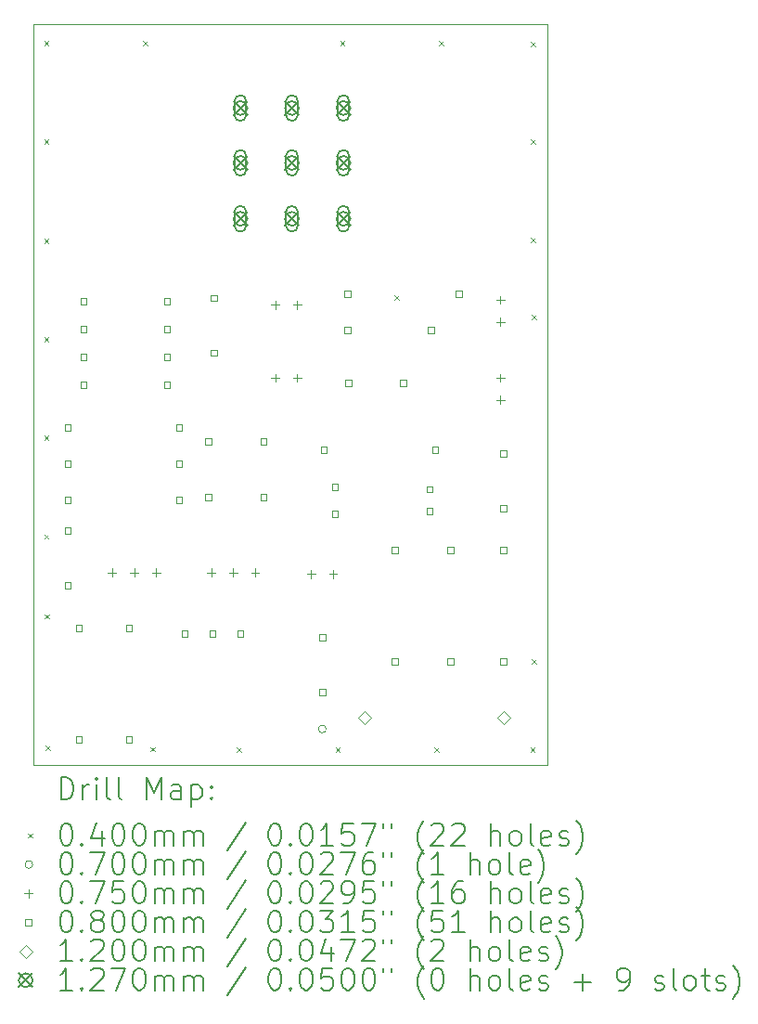
<source format=gbr>
%FSLAX45Y45*%
G04 Gerber Fmt 4.5, Leading zero omitted, Abs format (unit mm)*
G04 Created by KiCad (PCBNEW (6.0.0)) date 2022-07-26 20:36:20*
%MOMM*%
%LPD*%
G01*
G04 APERTURE LIST*
%TA.AperFunction,Profile*%
%ADD10C,0.100000*%
%TD*%
%ADD11C,0.200000*%
%ADD12C,0.040000*%
%ADD13C,0.070000*%
%ADD14C,0.075000*%
%ADD15C,0.080000*%
%ADD16C,0.120000*%
%ADD17C,0.127000*%
G04 APERTURE END LIST*
D10*
X9779000Y-3428124D02*
X14467520Y-3428124D01*
X14467520Y-3428124D02*
X14467520Y-10180324D01*
X14467520Y-10180324D02*
X9779000Y-10180324D01*
X9779000Y-10180324D02*
X9779000Y-3428124D01*
D11*
D12*
X9880000Y-3580000D02*
X9920000Y-3620000D01*
X9920000Y-3580000D02*
X9880000Y-3620000D01*
X9880000Y-4480000D02*
X9920000Y-4520000D01*
X9920000Y-4480000D02*
X9880000Y-4520000D01*
X9880000Y-5380000D02*
X9920000Y-5420000D01*
X9920000Y-5380000D02*
X9880000Y-5420000D01*
X9880000Y-6280000D02*
X9920000Y-6320000D01*
X9920000Y-6280000D02*
X9880000Y-6320000D01*
X9880000Y-7180000D02*
X9920000Y-7220000D01*
X9920000Y-7180000D02*
X9880000Y-7220000D01*
X9880000Y-8080000D02*
X9920000Y-8120000D01*
X9920000Y-8080000D02*
X9880000Y-8120000D01*
X9886000Y-8806500D02*
X9926000Y-8846500D01*
X9926000Y-8806500D02*
X9886000Y-8846500D01*
X9891080Y-10002840D02*
X9931080Y-10042840D01*
X9931080Y-10002840D02*
X9891080Y-10042840D01*
X10780000Y-3580000D02*
X10820000Y-3620000D01*
X10820000Y-3580000D02*
X10780000Y-3620000D01*
X10846120Y-10018080D02*
X10886120Y-10058080D01*
X10886120Y-10018080D02*
X10846120Y-10058080D01*
X11637760Y-10023160D02*
X11677760Y-10063160D01*
X11677760Y-10023160D02*
X11637760Y-10063160D01*
X12537760Y-10023160D02*
X12577760Y-10063160D01*
X12577760Y-10023160D02*
X12537760Y-10063160D01*
X12580000Y-3580000D02*
X12620000Y-3620000D01*
X12620000Y-3580000D02*
X12580000Y-3620000D01*
X13074840Y-5898204D02*
X13114840Y-5938204D01*
X13114840Y-5898204D02*
X13074840Y-5938204D01*
X13437760Y-10023160D02*
X13477760Y-10063160D01*
X13477760Y-10023160D02*
X13437760Y-10063160D01*
X13480000Y-3580000D02*
X13520000Y-3620000D01*
X13520000Y-3580000D02*
X13480000Y-3620000D01*
X14315760Y-10023160D02*
X14355760Y-10063160D01*
X14355760Y-10023160D02*
X14315760Y-10063160D01*
X14320840Y-3586800D02*
X14360840Y-3626800D01*
X14360840Y-3586800D02*
X14320840Y-3626800D01*
X14320840Y-4480000D02*
X14360840Y-4520000D01*
X14360840Y-4480000D02*
X14320840Y-4520000D01*
X14320840Y-5374960D02*
X14360840Y-5414960D01*
X14360840Y-5374960D02*
X14320840Y-5414960D01*
X14325920Y-6076000D02*
X14365920Y-6116000D01*
X14365920Y-6076000D02*
X14325920Y-6116000D01*
X14325920Y-9215440D02*
X14365920Y-9255440D01*
X14365920Y-9215440D02*
X14325920Y-9255440D01*
D13*
X12452061Y-9854020D02*
G75*
G03*
X12452061Y-9854020I-35000J0D01*
G01*
D14*
X10499600Y-8390224D02*
X10499600Y-8465224D01*
X10462100Y-8427724D02*
X10537100Y-8427724D01*
X10699600Y-8390224D02*
X10699600Y-8465224D01*
X10662100Y-8427724D02*
X10737100Y-8427724D01*
X10899600Y-8390224D02*
X10899600Y-8465224D01*
X10862100Y-8427724D02*
X10937100Y-8427724D01*
X11403840Y-8390224D02*
X11403840Y-8465224D01*
X11366340Y-8427724D02*
X11441340Y-8427724D01*
X11603840Y-8390224D02*
X11603840Y-8465224D01*
X11566340Y-8427724D02*
X11641340Y-8427724D01*
X11803840Y-8390224D02*
X11803840Y-8465224D01*
X11766340Y-8427724D02*
X11841340Y-8427724D01*
X11987400Y-6614824D02*
X11987400Y-6689824D01*
X11949900Y-6652324D02*
X12024900Y-6652324D01*
X11989000Y-5947624D02*
X11989000Y-6022624D01*
X11951500Y-5985124D02*
X12026500Y-5985124D01*
X12187400Y-6614824D02*
X12187400Y-6689824D01*
X12149900Y-6652324D02*
X12224900Y-6652324D01*
X12189000Y-5947624D02*
X12189000Y-6022624D01*
X12151500Y-5985124D02*
X12226500Y-5985124D01*
X12315700Y-8402924D02*
X12315700Y-8477924D01*
X12278200Y-8440424D02*
X12353200Y-8440424D01*
X12515700Y-8402924D02*
X12515700Y-8477924D01*
X12478200Y-8440424D02*
X12553200Y-8440424D01*
X14040600Y-5902624D02*
X14040600Y-5977624D01*
X14003100Y-5940124D02*
X14078100Y-5940124D01*
X14040600Y-6102624D02*
X14040600Y-6177624D01*
X14003100Y-6140124D02*
X14078100Y-6140124D01*
X14040600Y-6613824D02*
X14040600Y-6688824D01*
X14003100Y-6651324D02*
X14078100Y-6651324D01*
X14040600Y-6813824D02*
X14040600Y-6888824D01*
X14003100Y-6851324D02*
X14078100Y-6851324D01*
D15*
X10121485Y-7135208D02*
X10121485Y-7078639D01*
X10064916Y-7078639D01*
X10064916Y-7135208D01*
X10121485Y-7135208D01*
X10121485Y-7465408D02*
X10121485Y-7408839D01*
X10064916Y-7408839D01*
X10064916Y-7465408D01*
X10121485Y-7465408D01*
X10121485Y-7795608D02*
X10121485Y-7739039D01*
X10064916Y-7739039D01*
X10064916Y-7795608D01*
X10121485Y-7795608D01*
X10123385Y-8075008D02*
X10123385Y-8018439D01*
X10066816Y-8018439D01*
X10066816Y-8075008D01*
X10123385Y-8075008D01*
X10123385Y-8575008D02*
X10123385Y-8518439D01*
X10066816Y-8518439D01*
X10066816Y-8575008D01*
X10123385Y-8575008D01*
X10223085Y-8964008D02*
X10223085Y-8907439D01*
X10166516Y-8907439D01*
X10166516Y-8964008D01*
X10223085Y-8964008D01*
X10223085Y-9980008D02*
X10223085Y-9923439D01*
X10166516Y-9923439D01*
X10166516Y-9980008D01*
X10223085Y-9980008D01*
X10267285Y-5980608D02*
X10267285Y-5924039D01*
X10210716Y-5924039D01*
X10210716Y-5980608D01*
X10267285Y-5980608D01*
X10267285Y-6234608D02*
X10267285Y-6178039D01*
X10210716Y-6178039D01*
X10210716Y-6234608D01*
X10267285Y-6234608D01*
X10267285Y-6488608D02*
X10267285Y-6432039D01*
X10210716Y-6432039D01*
X10210716Y-6488608D01*
X10267285Y-6488608D01*
X10267285Y-6742608D02*
X10267285Y-6686039D01*
X10210716Y-6686039D01*
X10210716Y-6742608D01*
X10267285Y-6742608D01*
X10680285Y-8964008D02*
X10680285Y-8907439D01*
X10623716Y-8907439D01*
X10623716Y-8964008D01*
X10680285Y-8964008D01*
X10680285Y-9980008D02*
X10680285Y-9923439D01*
X10623716Y-9923439D01*
X10623716Y-9980008D01*
X10680285Y-9980008D01*
X11029285Y-5980608D02*
X11029285Y-5924039D01*
X10972716Y-5924039D01*
X10972716Y-5980608D01*
X11029285Y-5980608D01*
X11029285Y-6234608D02*
X11029285Y-6178039D01*
X10972716Y-6178039D01*
X10972716Y-6234608D01*
X11029285Y-6234608D01*
X11029285Y-6488608D02*
X11029285Y-6432039D01*
X10972716Y-6432039D01*
X10972716Y-6488608D01*
X11029285Y-6488608D01*
X11029285Y-6742608D02*
X11029285Y-6686039D01*
X10972716Y-6686039D01*
X10972716Y-6742608D01*
X11029285Y-6742608D01*
X11137485Y-7135208D02*
X11137485Y-7078639D01*
X11080916Y-7078639D01*
X11080916Y-7135208D01*
X11137485Y-7135208D01*
X11137485Y-7465408D02*
X11137485Y-7408839D01*
X11080916Y-7408839D01*
X11080916Y-7465408D01*
X11137485Y-7465408D01*
X11137485Y-7795608D02*
X11137485Y-7739039D01*
X11080916Y-7739039D01*
X11080916Y-7795608D01*
X11137485Y-7795608D01*
X11188284Y-9014808D02*
X11188284Y-8958239D01*
X11131716Y-8958239D01*
X11131716Y-9014808D01*
X11188284Y-9014808D01*
X11407284Y-7260608D02*
X11407284Y-7204039D01*
X11350715Y-7204039D01*
X11350715Y-7260608D01*
X11407284Y-7260608D01*
X11407284Y-7770608D02*
X11407284Y-7714039D01*
X11350715Y-7714039D01*
X11350715Y-7770608D01*
X11407284Y-7770608D01*
X11442284Y-9014808D02*
X11442284Y-8958239D01*
X11385715Y-8958239D01*
X11385715Y-9014808D01*
X11442284Y-9014808D01*
X11457284Y-5950608D02*
X11457284Y-5894039D01*
X11400715Y-5894039D01*
X11400715Y-5950608D01*
X11457284Y-5950608D01*
X11457284Y-6450608D02*
X11457284Y-6394039D01*
X11400715Y-6394039D01*
X11400715Y-6450608D01*
X11457284Y-6450608D01*
X11696284Y-9014808D02*
X11696284Y-8958239D01*
X11639715Y-8958239D01*
X11639715Y-9014808D01*
X11696284Y-9014808D01*
X11907284Y-7260608D02*
X11907284Y-7204039D01*
X11850715Y-7204039D01*
X11850715Y-7260608D01*
X11907284Y-7260608D01*
X11907284Y-7770608D02*
X11907284Y-7714039D01*
X11850715Y-7714039D01*
X11850715Y-7770608D01*
X11907284Y-7770608D01*
X12447484Y-9048208D02*
X12447484Y-8991639D01*
X12390915Y-8991639D01*
X12390915Y-9048208D01*
X12447484Y-9048208D01*
X12447484Y-9548208D02*
X12447484Y-9491639D01*
X12390915Y-9491639D01*
X12390915Y-9548208D01*
X12447484Y-9548208D01*
X12458284Y-7338408D02*
X12458284Y-7281839D01*
X12401715Y-7281839D01*
X12401715Y-7338408D01*
X12458284Y-7338408D01*
X12559884Y-7672608D02*
X12559884Y-7616039D01*
X12503315Y-7616039D01*
X12503315Y-7672608D01*
X12559884Y-7672608D01*
X12559884Y-7922608D02*
X12559884Y-7866039D01*
X12503315Y-7866039D01*
X12503315Y-7922608D01*
X12559884Y-7922608D01*
X12676084Y-5916008D02*
X12676084Y-5859439D01*
X12619515Y-5859439D01*
X12619515Y-5916008D01*
X12676084Y-5916008D01*
X12676084Y-6246208D02*
X12676084Y-6189639D01*
X12619515Y-6189639D01*
X12619515Y-6246208D01*
X12676084Y-6246208D01*
X12684084Y-6728808D02*
X12684084Y-6672239D01*
X12627515Y-6672239D01*
X12627515Y-6728808D01*
X12684084Y-6728808D01*
X13107884Y-8252808D02*
X13107884Y-8196239D01*
X13051315Y-8196239D01*
X13051315Y-8252808D01*
X13107884Y-8252808D01*
X13107884Y-9268808D02*
X13107884Y-9212239D01*
X13051315Y-9212239D01*
X13051315Y-9268808D01*
X13107884Y-9268808D01*
X13184084Y-6728808D02*
X13184084Y-6672239D01*
X13127515Y-6672239D01*
X13127515Y-6728808D01*
X13184084Y-6728808D01*
X13423484Y-7697208D02*
X13423484Y-7640639D01*
X13366915Y-7640639D01*
X13366915Y-7697208D01*
X13423484Y-7697208D01*
X13423484Y-7897208D02*
X13423484Y-7840639D01*
X13366915Y-7840639D01*
X13366915Y-7897208D01*
X13423484Y-7897208D01*
X13438084Y-6246208D02*
X13438084Y-6189639D01*
X13381515Y-6189639D01*
X13381515Y-6246208D01*
X13438084Y-6246208D01*
X13474284Y-7338408D02*
X13474284Y-7281839D01*
X13417715Y-7281839D01*
X13417715Y-7338408D01*
X13474284Y-7338408D01*
X13615884Y-8252808D02*
X13615884Y-8196239D01*
X13559315Y-8196239D01*
X13559315Y-8252808D01*
X13615884Y-8252808D01*
X13615884Y-9268808D02*
X13615884Y-9212239D01*
X13559315Y-9212239D01*
X13559315Y-9268808D01*
X13615884Y-9268808D01*
X13692084Y-5916008D02*
X13692084Y-5859439D01*
X13635515Y-5859439D01*
X13635515Y-5916008D01*
X13692084Y-5916008D01*
X14098484Y-7367808D02*
X14098484Y-7311239D01*
X14041915Y-7311239D01*
X14041915Y-7367808D01*
X14098484Y-7367808D01*
X14098484Y-7867808D02*
X14098484Y-7811239D01*
X14041915Y-7811239D01*
X14041915Y-7867808D01*
X14098484Y-7867808D01*
X14098484Y-8252808D02*
X14098484Y-8196239D01*
X14041915Y-8196239D01*
X14041915Y-8252808D01*
X14098484Y-8252808D01*
X14098484Y-9268808D02*
X14098484Y-9212239D01*
X14041915Y-9212239D01*
X14041915Y-9268808D01*
X14098484Y-9268808D01*
D16*
X12800200Y-9808524D02*
X12860200Y-9748524D01*
X12800200Y-9688524D01*
X12740200Y-9748524D01*
X12800200Y-9808524D01*
X14070200Y-9808524D02*
X14130200Y-9748524D01*
X14070200Y-9688524D01*
X14010200Y-9748524D01*
X14070200Y-9808524D01*
D17*
X11606144Y-4127682D02*
X11733144Y-4254682D01*
X11733144Y-4127682D02*
X11606144Y-4254682D01*
X11733144Y-4191182D02*
G75*
G03*
X11733144Y-4191182I-63500J0D01*
G01*
D11*
X11616144Y-4127682D02*
X11616144Y-4254682D01*
X11723144Y-4127682D02*
X11723144Y-4254682D01*
X11616144Y-4254682D02*
G75*
G03*
X11723144Y-4254682I53500J0D01*
G01*
X11723144Y-4127682D02*
G75*
G03*
X11616144Y-4127682I-53500J0D01*
G01*
D17*
X11606144Y-4627630D02*
X11733144Y-4754630D01*
X11733144Y-4627630D02*
X11606144Y-4754630D01*
X11733144Y-4691130D02*
G75*
G03*
X11733144Y-4691130I-63500J0D01*
G01*
D11*
X11616144Y-4627630D02*
X11616144Y-4754630D01*
X11723144Y-4627630D02*
X11723144Y-4754630D01*
X11616144Y-4754630D02*
G75*
G03*
X11723144Y-4754630I53500J0D01*
G01*
X11723144Y-4627630D02*
G75*
G03*
X11616144Y-4627630I-53500J0D01*
G01*
D17*
X11606220Y-5137682D02*
X11733220Y-5264682D01*
X11733220Y-5137682D02*
X11606220Y-5264682D01*
X11733220Y-5201182D02*
G75*
G03*
X11733220Y-5201182I-63500J0D01*
G01*
D11*
X11616220Y-5137682D02*
X11616220Y-5264682D01*
X11723220Y-5137682D02*
X11723220Y-5264682D01*
X11616220Y-5264682D02*
G75*
G03*
X11723220Y-5264682I53500J0D01*
G01*
X11723220Y-5137682D02*
G75*
G03*
X11616220Y-5137682I-53500J0D01*
G01*
D17*
X12076300Y-4127682D02*
X12203300Y-4254682D01*
X12203300Y-4127682D02*
X12076300Y-4254682D01*
X12203300Y-4191182D02*
G75*
G03*
X12203300Y-4191182I-63500J0D01*
G01*
D11*
X12086300Y-4127682D02*
X12086300Y-4254682D01*
X12193300Y-4127682D02*
X12193300Y-4254682D01*
X12086300Y-4254682D02*
G75*
G03*
X12193300Y-4254682I53500J0D01*
G01*
X12193300Y-4127682D02*
G75*
G03*
X12086300Y-4127682I-53500J0D01*
G01*
D17*
X12076300Y-4627630D02*
X12203300Y-4754630D01*
X12203300Y-4627630D02*
X12076300Y-4754630D01*
X12203300Y-4691130D02*
G75*
G03*
X12203300Y-4691130I-63500J0D01*
G01*
D11*
X12086300Y-4627630D02*
X12086300Y-4754630D01*
X12193300Y-4627630D02*
X12193300Y-4754630D01*
X12086300Y-4754630D02*
G75*
G03*
X12193300Y-4754630I53500J0D01*
G01*
X12193300Y-4627630D02*
G75*
G03*
X12086300Y-4627630I-53500J0D01*
G01*
D17*
X12076376Y-5137682D02*
X12203376Y-5264682D01*
X12203376Y-5137682D02*
X12076376Y-5264682D01*
X12203376Y-5201182D02*
G75*
G03*
X12203376Y-5201182I-63500J0D01*
G01*
D11*
X12086376Y-5137682D02*
X12086376Y-5264682D01*
X12193376Y-5137682D02*
X12193376Y-5264682D01*
X12086376Y-5264682D02*
G75*
G03*
X12193376Y-5264682I53500J0D01*
G01*
X12193376Y-5137682D02*
G75*
G03*
X12086376Y-5137682I-53500J0D01*
G01*
D17*
X12546144Y-4127682D02*
X12673144Y-4254682D01*
X12673144Y-4127682D02*
X12546144Y-4254682D01*
X12673144Y-4191182D02*
G75*
G03*
X12673144Y-4191182I-63500J0D01*
G01*
D11*
X12556144Y-4127682D02*
X12556144Y-4254682D01*
X12663144Y-4127682D02*
X12663144Y-4254682D01*
X12556144Y-4254682D02*
G75*
G03*
X12663144Y-4254682I53500J0D01*
G01*
X12663144Y-4127682D02*
G75*
G03*
X12556144Y-4127682I-53500J0D01*
G01*
D17*
X12546144Y-4627630D02*
X12673144Y-4754630D01*
X12673144Y-4627630D02*
X12546144Y-4754630D01*
X12673144Y-4691130D02*
G75*
G03*
X12673144Y-4691130I-63500J0D01*
G01*
D11*
X12556144Y-4627630D02*
X12556144Y-4754630D01*
X12663144Y-4627630D02*
X12663144Y-4754630D01*
X12556144Y-4754630D02*
G75*
G03*
X12663144Y-4754630I53500J0D01*
G01*
X12663144Y-4627630D02*
G75*
G03*
X12556144Y-4627630I-53500J0D01*
G01*
D17*
X12546220Y-5137682D02*
X12673220Y-5264682D01*
X12673220Y-5137682D02*
X12546220Y-5264682D01*
X12673220Y-5201182D02*
G75*
G03*
X12673220Y-5201182I-63500J0D01*
G01*
D11*
X12556220Y-5137682D02*
X12556220Y-5264682D01*
X12663220Y-5137682D02*
X12663220Y-5264682D01*
X12556220Y-5264682D02*
G75*
G03*
X12663220Y-5264682I53500J0D01*
G01*
X12663220Y-5137682D02*
G75*
G03*
X12556220Y-5137682I-53500J0D01*
G01*
X10031619Y-10495800D02*
X10031619Y-10295800D01*
X10079238Y-10295800D01*
X10107810Y-10305324D01*
X10126857Y-10324371D01*
X10136381Y-10343419D01*
X10145905Y-10381514D01*
X10145905Y-10410086D01*
X10136381Y-10448181D01*
X10126857Y-10467228D01*
X10107810Y-10486276D01*
X10079238Y-10495800D01*
X10031619Y-10495800D01*
X10231619Y-10495800D02*
X10231619Y-10362467D01*
X10231619Y-10400562D02*
X10241143Y-10381514D01*
X10250667Y-10371990D01*
X10269714Y-10362467D01*
X10288762Y-10362467D01*
X10355429Y-10495800D02*
X10355429Y-10362467D01*
X10355429Y-10295800D02*
X10345905Y-10305324D01*
X10355429Y-10314848D01*
X10364952Y-10305324D01*
X10355429Y-10295800D01*
X10355429Y-10314848D01*
X10479238Y-10495800D02*
X10460190Y-10486276D01*
X10450667Y-10467228D01*
X10450667Y-10295800D01*
X10584000Y-10495800D02*
X10564952Y-10486276D01*
X10555429Y-10467228D01*
X10555429Y-10295800D01*
X10812571Y-10495800D02*
X10812571Y-10295800D01*
X10879238Y-10438657D01*
X10945905Y-10295800D01*
X10945905Y-10495800D01*
X11126857Y-10495800D02*
X11126857Y-10391038D01*
X11117333Y-10371990D01*
X11098286Y-10362467D01*
X11060190Y-10362467D01*
X11041143Y-10371990D01*
X11126857Y-10486276D02*
X11107810Y-10495800D01*
X11060190Y-10495800D01*
X11041143Y-10486276D01*
X11031619Y-10467228D01*
X11031619Y-10448181D01*
X11041143Y-10429133D01*
X11060190Y-10419609D01*
X11107810Y-10419609D01*
X11126857Y-10410086D01*
X11222095Y-10362467D02*
X11222095Y-10562467D01*
X11222095Y-10371990D02*
X11241143Y-10362467D01*
X11279238Y-10362467D01*
X11298286Y-10371990D01*
X11307809Y-10381514D01*
X11317333Y-10400562D01*
X11317333Y-10457705D01*
X11307809Y-10476752D01*
X11298286Y-10486276D01*
X11279238Y-10495800D01*
X11241143Y-10495800D01*
X11222095Y-10486276D01*
X11403048Y-10476752D02*
X11412571Y-10486276D01*
X11403048Y-10495800D01*
X11393524Y-10486276D01*
X11403048Y-10476752D01*
X11403048Y-10495800D01*
X11403048Y-10371990D02*
X11412571Y-10381514D01*
X11403048Y-10391038D01*
X11393524Y-10381514D01*
X11403048Y-10371990D01*
X11403048Y-10391038D01*
D12*
X9734000Y-10805324D02*
X9774000Y-10845324D01*
X9774000Y-10805324D02*
X9734000Y-10845324D01*
D11*
X10069714Y-10715800D02*
X10088762Y-10715800D01*
X10107810Y-10725324D01*
X10117333Y-10734848D01*
X10126857Y-10753895D01*
X10136381Y-10791990D01*
X10136381Y-10839609D01*
X10126857Y-10877705D01*
X10117333Y-10896752D01*
X10107810Y-10906276D01*
X10088762Y-10915800D01*
X10069714Y-10915800D01*
X10050667Y-10906276D01*
X10041143Y-10896752D01*
X10031619Y-10877705D01*
X10022095Y-10839609D01*
X10022095Y-10791990D01*
X10031619Y-10753895D01*
X10041143Y-10734848D01*
X10050667Y-10725324D01*
X10069714Y-10715800D01*
X10222095Y-10896752D02*
X10231619Y-10906276D01*
X10222095Y-10915800D01*
X10212571Y-10906276D01*
X10222095Y-10896752D01*
X10222095Y-10915800D01*
X10403048Y-10782467D02*
X10403048Y-10915800D01*
X10355429Y-10706276D02*
X10307810Y-10849133D01*
X10431619Y-10849133D01*
X10545905Y-10715800D02*
X10564952Y-10715800D01*
X10584000Y-10725324D01*
X10593524Y-10734848D01*
X10603048Y-10753895D01*
X10612571Y-10791990D01*
X10612571Y-10839609D01*
X10603048Y-10877705D01*
X10593524Y-10896752D01*
X10584000Y-10906276D01*
X10564952Y-10915800D01*
X10545905Y-10915800D01*
X10526857Y-10906276D01*
X10517333Y-10896752D01*
X10507810Y-10877705D01*
X10498286Y-10839609D01*
X10498286Y-10791990D01*
X10507810Y-10753895D01*
X10517333Y-10734848D01*
X10526857Y-10725324D01*
X10545905Y-10715800D01*
X10736381Y-10715800D02*
X10755429Y-10715800D01*
X10774476Y-10725324D01*
X10784000Y-10734848D01*
X10793524Y-10753895D01*
X10803048Y-10791990D01*
X10803048Y-10839609D01*
X10793524Y-10877705D01*
X10784000Y-10896752D01*
X10774476Y-10906276D01*
X10755429Y-10915800D01*
X10736381Y-10915800D01*
X10717333Y-10906276D01*
X10707810Y-10896752D01*
X10698286Y-10877705D01*
X10688762Y-10839609D01*
X10688762Y-10791990D01*
X10698286Y-10753895D01*
X10707810Y-10734848D01*
X10717333Y-10725324D01*
X10736381Y-10715800D01*
X10888762Y-10915800D02*
X10888762Y-10782467D01*
X10888762Y-10801514D02*
X10898286Y-10791990D01*
X10917333Y-10782467D01*
X10945905Y-10782467D01*
X10964952Y-10791990D01*
X10974476Y-10811038D01*
X10974476Y-10915800D01*
X10974476Y-10811038D02*
X10984000Y-10791990D01*
X11003048Y-10782467D01*
X11031619Y-10782467D01*
X11050667Y-10791990D01*
X11060190Y-10811038D01*
X11060190Y-10915800D01*
X11155429Y-10915800D02*
X11155429Y-10782467D01*
X11155429Y-10801514D02*
X11164952Y-10791990D01*
X11184000Y-10782467D01*
X11212571Y-10782467D01*
X11231619Y-10791990D01*
X11241143Y-10811038D01*
X11241143Y-10915800D01*
X11241143Y-10811038D02*
X11250667Y-10791990D01*
X11269714Y-10782467D01*
X11298286Y-10782467D01*
X11317333Y-10791990D01*
X11326857Y-10811038D01*
X11326857Y-10915800D01*
X11717333Y-10706276D02*
X11545905Y-10963419D01*
X11974476Y-10715800D02*
X11993524Y-10715800D01*
X12012571Y-10725324D01*
X12022095Y-10734848D01*
X12031619Y-10753895D01*
X12041143Y-10791990D01*
X12041143Y-10839609D01*
X12031619Y-10877705D01*
X12022095Y-10896752D01*
X12012571Y-10906276D01*
X11993524Y-10915800D01*
X11974476Y-10915800D01*
X11955428Y-10906276D01*
X11945905Y-10896752D01*
X11936381Y-10877705D01*
X11926857Y-10839609D01*
X11926857Y-10791990D01*
X11936381Y-10753895D01*
X11945905Y-10734848D01*
X11955428Y-10725324D01*
X11974476Y-10715800D01*
X12126857Y-10896752D02*
X12136381Y-10906276D01*
X12126857Y-10915800D01*
X12117333Y-10906276D01*
X12126857Y-10896752D01*
X12126857Y-10915800D01*
X12260190Y-10715800D02*
X12279238Y-10715800D01*
X12298286Y-10725324D01*
X12307809Y-10734848D01*
X12317333Y-10753895D01*
X12326857Y-10791990D01*
X12326857Y-10839609D01*
X12317333Y-10877705D01*
X12307809Y-10896752D01*
X12298286Y-10906276D01*
X12279238Y-10915800D01*
X12260190Y-10915800D01*
X12241143Y-10906276D01*
X12231619Y-10896752D01*
X12222095Y-10877705D01*
X12212571Y-10839609D01*
X12212571Y-10791990D01*
X12222095Y-10753895D01*
X12231619Y-10734848D01*
X12241143Y-10725324D01*
X12260190Y-10715800D01*
X12517333Y-10915800D02*
X12403048Y-10915800D01*
X12460190Y-10915800D02*
X12460190Y-10715800D01*
X12441143Y-10744371D01*
X12422095Y-10763419D01*
X12403048Y-10772943D01*
X12698286Y-10715800D02*
X12603048Y-10715800D01*
X12593524Y-10811038D01*
X12603048Y-10801514D01*
X12622095Y-10791990D01*
X12669714Y-10791990D01*
X12688762Y-10801514D01*
X12698286Y-10811038D01*
X12707809Y-10830086D01*
X12707809Y-10877705D01*
X12698286Y-10896752D01*
X12688762Y-10906276D01*
X12669714Y-10915800D01*
X12622095Y-10915800D01*
X12603048Y-10906276D01*
X12593524Y-10896752D01*
X12774476Y-10715800D02*
X12907809Y-10715800D01*
X12822095Y-10915800D01*
X12974476Y-10715800D02*
X12974476Y-10753895D01*
X13050667Y-10715800D02*
X13050667Y-10753895D01*
X13345905Y-10991990D02*
X13336381Y-10982467D01*
X13317333Y-10953895D01*
X13307809Y-10934848D01*
X13298286Y-10906276D01*
X13288762Y-10858657D01*
X13288762Y-10820562D01*
X13298286Y-10772943D01*
X13307809Y-10744371D01*
X13317333Y-10725324D01*
X13336381Y-10696752D01*
X13345905Y-10687228D01*
X13412571Y-10734848D02*
X13422095Y-10725324D01*
X13441143Y-10715800D01*
X13488762Y-10715800D01*
X13507809Y-10725324D01*
X13517333Y-10734848D01*
X13526857Y-10753895D01*
X13526857Y-10772943D01*
X13517333Y-10801514D01*
X13403048Y-10915800D01*
X13526857Y-10915800D01*
X13603048Y-10734848D02*
X13612571Y-10725324D01*
X13631619Y-10715800D01*
X13679238Y-10715800D01*
X13698286Y-10725324D01*
X13707809Y-10734848D01*
X13717333Y-10753895D01*
X13717333Y-10772943D01*
X13707809Y-10801514D01*
X13593524Y-10915800D01*
X13717333Y-10915800D01*
X13955428Y-10915800D02*
X13955428Y-10715800D01*
X14041143Y-10915800D02*
X14041143Y-10811038D01*
X14031619Y-10791990D01*
X14012571Y-10782467D01*
X13984000Y-10782467D01*
X13964952Y-10791990D01*
X13955428Y-10801514D01*
X14164952Y-10915800D02*
X14145905Y-10906276D01*
X14136381Y-10896752D01*
X14126857Y-10877705D01*
X14126857Y-10820562D01*
X14136381Y-10801514D01*
X14145905Y-10791990D01*
X14164952Y-10782467D01*
X14193524Y-10782467D01*
X14212571Y-10791990D01*
X14222095Y-10801514D01*
X14231619Y-10820562D01*
X14231619Y-10877705D01*
X14222095Y-10896752D01*
X14212571Y-10906276D01*
X14193524Y-10915800D01*
X14164952Y-10915800D01*
X14345905Y-10915800D02*
X14326857Y-10906276D01*
X14317333Y-10887228D01*
X14317333Y-10715800D01*
X14498286Y-10906276D02*
X14479238Y-10915800D01*
X14441143Y-10915800D01*
X14422095Y-10906276D01*
X14412571Y-10887228D01*
X14412571Y-10811038D01*
X14422095Y-10791990D01*
X14441143Y-10782467D01*
X14479238Y-10782467D01*
X14498286Y-10791990D01*
X14507809Y-10811038D01*
X14507809Y-10830086D01*
X14412571Y-10849133D01*
X14584000Y-10906276D02*
X14603048Y-10915800D01*
X14641143Y-10915800D01*
X14660190Y-10906276D01*
X14669714Y-10887228D01*
X14669714Y-10877705D01*
X14660190Y-10858657D01*
X14641143Y-10849133D01*
X14612571Y-10849133D01*
X14593524Y-10839609D01*
X14584000Y-10820562D01*
X14584000Y-10811038D01*
X14593524Y-10791990D01*
X14612571Y-10782467D01*
X14641143Y-10782467D01*
X14660190Y-10791990D01*
X14736381Y-10991990D02*
X14745905Y-10982467D01*
X14764952Y-10953895D01*
X14774476Y-10934848D01*
X14784000Y-10906276D01*
X14793524Y-10858657D01*
X14793524Y-10820562D01*
X14784000Y-10772943D01*
X14774476Y-10744371D01*
X14764952Y-10725324D01*
X14745905Y-10696752D01*
X14736381Y-10687228D01*
D13*
X9774000Y-11089324D02*
G75*
G03*
X9774000Y-11089324I-35000J0D01*
G01*
D11*
X10069714Y-10979800D02*
X10088762Y-10979800D01*
X10107810Y-10989324D01*
X10117333Y-10998848D01*
X10126857Y-11017895D01*
X10136381Y-11055990D01*
X10136381Y-11103609D01*
X10126857Y-11141705D01*
X10117333Y-11160752D01*
X10107810Y-11170276D01*
X10088762Y-11179800D01*
X10069714Y-11179800D01*
X10050667Y-11170276D01*
X10041143Y-11160752D01*
X10031619Y-11141705D01*
X10022095Y-11103609D01*
X10022095Y-11055990D01*
X10031619Y-11017895D01*
X10041143Y-10998848D01*
X10050667Y-10989324D01*
X10069714Y-10979800D01*
X10222095Y-11160752D02*
X10231619Y-11170276D01*
X10222095Y-11179800D01*
X10212571Y-11170276D01*
X10222095Y-11160752D01*
X10222095Y-11179800D01*
X10298286Y-10979800D02*
X10431619Y-10979800D01*
X10345905Y-11179800D01*
X10545905Y-10979800D02*
X10564952Y-10979800D01*
X10584000Y-10989324D01*
X10593524Y-10998848D01*
X10603048Y-11017895D01*
X10612571Y-11055990D01*
X10612571Y-11103609D01*
X10603048Y-11141705D01*
X10593524Y-11160752D01*
X10584000Y-11170276D01*
X10564952Y-11179800D01*
X10545905Y-11179800D01*
X10526857Y-11170276D01*
X10517333Y-11160752D01*
X10507810Y-11141705D01*
X10498286Y-11103609D01*
X10498286Y-11055990D01*
X10507810Y-11017895D01*
X10517333Y-10998848D01*
X10526857Y-10989324D01*
X10545905Y-10979800D01*
X10736381Y-10979800D02*
X10755429Y-10979800D01*
X10774476Y-10989324D01*
X10784000Y-10998848D01*
X10793524Y-11017895D01*
X10803048Y-11055990D01*
X10803048Y-11103609D01*
X10793524Y-11141705D01*
X10784000Y-11160752D01*
X10774476Y-11170276D01*
X10755429Y-11179800D01*
X10736381Y-11179800D01*
X10717333Y-11170276D01*
X10707810Y-11160752D01*
X10698286Y-11141705D01*
X10688762Y-11103609D01*
X10688762Y-11055990D01*
X10698286Y-11017895D01*
X10707810Y-10998848D01*
X10717333Y-10989324D01*
X10736381Y-10979800D01*
X10888762Y-11179800D02*
X10888762Y-11046467D01*
X10888762Y-11065514D02*
X10898286Y-11055990D01*
X10917333Y-11046467D01*
X10945905Y-11046467D01*
X10964952Y-11055990D01*
X10974476Y-11075038D01*
X10974476Y-11179800D01*
X10974476Y-11075038D02*
X10984000Y-11055990D01*
X11003048Y-11046467D01*
X11031619Y-11046467D01*
X11050667Y-11055990D01*
X11060190Y-11075038D01*
X11060190Y-11179800D01*
X11155429Y-11179800D02*
X11155429Y-11046467D01*
X11155429Y-11065514D02*
X11164952Y-11055990D01*
X11184000Y-11046467D01*
X11212571Y-11046467D01*
X11231619Y-11055990D01*
X11241143Y-11075038D01*
X11241143Y-11179800D01*
X11241143Y-11075038D02*
X11250667Y-11055990D01*
X11269714Y-11046467D01*
X11298286Y-11046467D01*
X11317333Y-11055990D01*
X11326857Y-11075038D01*
X11326857Y-11179800D01*
X11717333Y-10970276D02*
X11545905Y-11227419D01*
X11974476Y-10979800D02*
X11993524Y-10979800D01*
X12012571Y-10989324D01*
X12022095Y-10998848D01*
X12031619Y-11017895D01*
X12041143Y-11055990D01*
X12041143Y-11103609D01*
X12031619Y-11141705D01*
X12022095Y-11160752D01*
X12012571Y-11170276D01*
X11993524Y-11179800D01*
X11974476Y-11179800D01*
X11955428Y-11170276D01*
X11945905Y-11160752D01*
X11936381Y-11141705D01*
X11926857Y-11103609D01*
X11926857Y-11055990D01*
X11936381Y-11017895D01*
X11945905Y-10998848D01*
X11955428Y-10989324D01*
X11974476Y-10979800D01*
X12126857Y-11160752D02*
X12136381Y-11170276D01*
X12126857Y-11179800D01*
X12117333Y-11170276D01*
X12126857Y-11160752D01*
X12126857Y-11179800D01*
X12260190Y-10979800D02*
X12279238Y-10979800D01*
X12298286Y-10989324D01*
X12307809Y-10998848D01*
X12317333Y-11017895D01*
X12326857Y-11055990D01*
X12326857Y-11103609D01*
X12317333Y-11141705D01*
X12307809Y-11160752D01*
X12298286Y-11170276D01*
X12279238Y-11179800D01*
X12260190Y-11179800D01*
X12241143Y-11170276D01*
X12231619Y-11160752D01*
X12222095Y-11141705D01*
X12212571Y-11103609D01*
X12212571Y-11055990D01*
X12222095Y-11017895D01*
X12231619Y-10998848D01*
X12241143Y-10989324D01*
X12260190Y-10979800D01*
X12403048Y-10998848D02*
X12412571Y-10989324D01*
X12431619Y-10979800D01*
X12479238Y-10979800D01*
X12498286Y-10989324D01*
X12507809Y-10998848D01*
X12517333Y-11017895D01*
X12517333Y-11036943D01*
X12507809Y-11065514D01*
X12393524Y-11179800D01*
X12517333Y-11179800D01*
X12584000Y-10979800D02*
X12717333Y-10979800D01*
X12631619Y-11179800D01*
X12879238Y-10979800D02*
X12841143Y-10979800D01*
X12822095Y-10989324D01*
X12812571Y-10998848D01*
X12793524Y-11027419D01*
X12784000Y-11065514D01*
X12784000Y-11141705D01*
X12793524Y-11160752D01*
X12803048Y-11170276D01*
X12822095Y-11179800D01*
X12860190Y-11179800D01*
X12879238Y-11170276D01*
X12888762Y-11160752D01*
X12898286Y-11141705D01*
X12898286Y-11094086D01*
X12888762Y-11075038D01*
X12879238Y-11065514D01*
X12860190Y-11055990D01*
X12822095Y-11055990D01*
X12803048Y-11065514D01*
X12793524Y-11075038D01*
X12784000Y-11094086D01*
X12974476Y-10979800D02*
X12974476Y-11017895D01*
X13050667Y-10979800D02*
X13050667Y-11017895D01*
X13345905Y-11255990D02*
X13336381Y-11246466D01*
X13317333Y-11217895D01*
X13307809Y-11198847D01*
X13298286Y-11170276D01*
X13288762Y-11122657D01*
X13288762Y-11084562D01*
X13298286Y-11036943D01*
X13307809Y-11008371D01*
X13317333Y-10989324D01*
X13336381Y-10960752D01*
X13345905Y-10951228D01*
X13526857Y-11179800D02*
X13412571Y-11179800D01*
X13469714Y-11179800D02*
X13469714Y-10979800D01*
X13450667Y-11008371D01*
X13431619Y-11027419D01*
X13412571Y-11036943D01*
X13764952Y-11179800D02*
X13764952Y-10979800D01*
X13850667Y-11179800D02*
X13850667Y-11075038D01*
X13841143Y-11055990D01*
X13822095Y-11046467D01*
X13793524Y-11046467D01*
X13774476Y-11055990D01*
X13764952Y-11065514D01*
X13974476Y-11179800D02*
X13955428Y-11170276D01*
X13945905Y-11160752D01*
X13936381Y-11141705D01*
X13936381Y-11084562D01*
X13945905Y-11065514D01*
X13955428Y-11055990D01*
X13974476Y-11046467D01*
X14003048Y-11046467D01*
X14022095Y-11055990D01*
X14031619Y-11065514D01*
X14041143Y-11084562D01*
X14041143Y-11141705D01*
X14031619Y-11160752D01*
X14022095Y-11170276D01*
X14003048Y-11179800D01*
X13974476Y-11179800D01*
X14155428Y-11179800D02*
X14136381Y-11170276D01*
X14126857Y-11151228D01*
X14126857Y-10979800D01*
X14307809Y-11170276D02*
X14288762Y-11179800D01*
X14250667Y-11179800D01*
X14231619Y-11170276D01*
X14222095Y-11151228D01*
X14222095Y-11075038D01*
X14231619Y-11055990D01*
X14250667Y-11046467D01*
X14288762Y-11046467D01*
X14307809Y-11055990D01*
X14317333Y-11075038D01*
X14317333Y-11094086D01*
X14222095Y-11113133D01*
X14384000Y-11255990D02*
X14393524Y-11246466D01*
X14412571Y-11217895D01*
X14422095Y-11198847D01*
X14431619Y-11170276D01*
X14441143Y-11122657D01*
X14441143Y-11084562D01*
X14431619Y-11036943D01*
X14422095Y-11008371D01*
X14412571Y-10989324D01*
X14393524Y-10960752D01*
X14384000Y-10951228D01*
D14*
X9736500Y-11315824D02*
X9736500Y-11390824D01*
X9699000Y-11353324D02*
X9774000Y-11353324D01*
D11*
X10069714Y-11243800D02*
X10088762Y-11243800D01*
X10107810Y-11253324D01*
X10117333Y-11262847D01*
X10126857Y-11281895D01*
X10136381Y-11319990D01*
X10136381Y-11367609D01*
X10126857Y-11405705D01*
X10117333Y-11424752D01*
X10107810Y-11434276D01*
X10088762Y-11443800D01*
X10069714Y-11443800D01*
X10050667Y-11434276D01*
X10041143Y-11424752D01*
X10031619Y-11405705D01*
X10022095Y-11367609D01*
X10022095Y-11319990D01*
X10031619Y-11281895D01*
X10041143Y-11262847D01*
X10050667Y-11253324D01*
X10069714Y-11243800D01*
X10222095Y-11424752D02*
X10231619Y-11434276D01*
X10222095Y-11443800D01*
X10212571Y-11434276D01*
X10222095Y-11424752D01*
X10222095Y-11443800D01*
X10298286Y-11243800D02*
X10431619Y-11243800D01*
X10345905Y-11443800D01*
X10603048Y-11243800D02*
X10507810Y-11243800D01*
X10498286Y-11339038D01*
X10507810Y-11329514D01*
X10526857Y-11319990D01*
X10574476Y-11319990D01*
X10593524Y-11329514D01*
X10603048Y-11339038D01*
X10612571Y-11358086D01*
X10612571Y-11405705D01*
X10603048Y-11424752D01*
X10593524Y-11434276D01*
X10574476Y-11443800D01*
X10526857Y-11443800D01*
X10507810Y-11434276D01*
X10498286Y-11424752D01*
X10736381Y-11243800D02*
X10755429Y-11243800D01*
X10774476Y-11253324D01*
X10784000Y-11262847D01*
X10793524Y-11281895D01*
X10803048Y-11319990D01*
X10803048Y-11367609D01*
X10793524Y-11405705D01*
X10784000Y-11424752D01*
X10774476Y-11434276D01*
X10755429Y-11443800D01*
X10736381Y-11443800D01*
X10717333Y-11434276D01*
X10707810Y-11424752D01*
X10698286Y-11405705D01*
X10688762Y-11367609D01*
X10688762Y-11319990D01*
X10698286Y-11281895D01*
X10707810Y-11262847D01*
X10717333Y-11253324D01*
X10736381Y-11243800D01*
X10888762Y-11443800D02*
X10888762Y-11310466D01*
X10888762Y-11329514D02*
X10898286Y-11319990D01*
X10917333Y-11310466D01*
X10945905Y-11310466D01*
X10964952Y-11319990D01*
X10974476Y-11339038D01*
X10974476Y-11443800D01*
X10974476Y-11339038D02*
X10984000Y-11319990D01*
X11003048Y-11310466D01*
X11031619Y-11310466D01*
X11050667Y-11319990D01*
X11060190Y-11339038D01*
X11060190Y-11443800D01*
X11155429Y-11443800D02*
X11155429Y-11310466D01*
X11155429Y-11329514D02*
X11164952Y-11319990D01*
X11184000Y-11310466D01*
X11212571Y-11310466D01*
X11231619Y-11319990D01*
X11241143Y-11339038D01*
X11241143Y-11443800D01*
X11241143Y-11339038D02*
X11250667Y-11319990D01*
X11269714Y-11310466D01*
X11298286Y-11310466D01*
X11317333Y-11319990D01*
X11326857Y-11339038D01*
X11326857Y-11443800D01*
X11717333Y-11234276D02*
X11545905Y-11491419D01*
X11974476Y-11243800D02*
X11993524Y-11243800D01*
X12012571Y-11253324D01*
X12022095Y-11262847D01*
X12031619Y-11281895D01*
X12041143Y-11319990D01*
X12041143Y-11367609D01*
X12031619Y-11405705D01*
X12022095Y-11424752D01*
X12012571Y-11434276D01*
X11993524Y-11443800D01*
X11974476Y-11443800D01*
X11955428Y-11434276D01*
X11945905Y-11424752D01*
X11936381Y-11405705D01*
X11926857Y-11367609D01*
X11926857Y-11319990D01*
X11936381Y-11281895D01*
X11945905Y-11262847D01*
X11955428Y-11253324D01*
X11974476Y-11243800D01*
X12126857Y-11424752D02*
X12136381Y-11434276D01*
X12126857Y-11443800D01*
X12117333Y-11434276D01*
X12126857Y-11424752D01*
X12126857Y-11443800D01*
X12260190Y-11243800D02*
X12279238Y-11243800D01*
X12298286Y-11253324D01*
X12307809Y-11262847D01*
X12317333Y-11281895D01*
X12326857Y-11319990D01*
X12326857Y-11367609D01*
X12317333Y-11405705D01*
X12307809Y-11424752D01*
X12298286Y-11434276D01*
X12279238Y-11443800D01*
X12260190Y-11443800D01*
X12241143Y-11434276D01*
X12231619Y-11424752D01*
X12222095Y-11405705D01*
X12212571Y-11367609D01*
X12212571Y-11319990D01*
X12222095Y-11281895D01*
X12231619Y-11262847D01*
X12241143Y-11253324D01*
X12260190Y-11243800D01*
X12403048Y-11262847D02*
X12412571Y-11253324D01*
X12431619Y-11243800D01*
X12479238Y-11243800D01*
X12498286Y-11253324D01*
X12507809Y-11262847D01*
X12517333Y-11281895D01*
X12517333Y-11300943D01*
X12507809Y-11329514D01*
X12393524Y-11443800D01*
X12517333Y-11443800D01*
X12612571Y-11443800D02*
X12650667Y-11443800D01*
X12669714Y-11434276D01*
X12679238Y-11424752D01*
X12698286Y-11396181D01*
X12707809Y-11358086D01*
X12707809Y-11281895D01*
X12698286Y-11262847D01*
X12688762Y-11253324D01*
X12669714Y-11243800D01*
X12631619Y-11243800D01*
X12612571Y-11253324D01*
X12603048Y-11262847D01*
X12593524Y-11281895D01*
X12593524Y-11329514D01*
X12603048Y-11348562D01*
X12612571Y-11358086D01*
X12631619Y-11367609D01*
X12669714Y-11367609D01*
X12688762Y-11358086D01*
X12698286Y-11348562D01*
X12707809Y-11329514D01*
X12888762Y-11243800D02*
X12793524Y-11243800D01*
X12784000Y-11339038D01*
X12793524Y-11329514D01*
X12812571Y-11319990D01*
X12860190Y-11319990D01*
X12879238Y-11329514D01*
X12888762Y-11339038D01*
X12898286Y-11358086D01*
X12898286Y-11405705D01*
X12888762Y-11424752D01*
X12879238Y-11434276D01*
X12860190Y-11443800D01*
X12812571Y-11443800D01*
X12793524Y-11434276D01*
X12784000Y-11424752D01*
X12974476Y-11243800D02*
X12974476Y-11281895D01*
X13050667Y-11243800D02*
X13050667Y-11281895D01*
X13345905Y-11519990D02*
X13336381Y-11510466D01*
X13317333Y-11481895D01*
X13307809Y-11462847D01*
X13298286Y-11434276D01*
X13288762Y-11386657D01*
X13288762Y-11348562D01*
X13298286Y-11300943D01*
X13307809Y-11272371D01*
X13317333Y-11253324D01*
X13336381Y-11224752D01*
X13345905Y-11215228D01*
X13526857Y-11443800D02*
X13412571Y-11443800D01*
X13469714Y-11443800D02*
X13469714Y-11243800D01*
X13450667Y-11272371D01*
X13431619Y-11291419D01*
X13412571Y-11300943D01*
X13698286Y-11243800D02*
X13660190Y-11243800D01*
X13641143Y-11253324D01*
X13631619Y-11262847D01*
X13612571Y-11291419D01*
X13603048Y-11329514D01*
X13603048Y-11405705D01*
X13612571Y-11424752D01*
X13622095Y-11434276D01*
X13641143Y-11443800D01*
X13679238Y-11443800D01*
X13698286Y-11434276D01*
X13707809Y-11424752D01*
X13717333Y-11405705D01*
X13717333Y-11358086D01*
X13707809Y-11339038D01*
X13698286Y-11329514D01*
X13679238Y-11319990D01*
X13641143Y-11319990D01*
X13622095Y-11329514D01*
X13612571Y-11339038D01*
X13603048Y-11358086D01*
X13955428Y-11443800D02*
X13955428Y-11243800D01*
X14041143Y-11443800D02*
X14041143Y-11339038D01*
X14031619Y-11319990D01*
X14012571Y-11310466D01*
X13984000Y-11310466D01*
X13964952Y-11319990D01*
X13955428Y-11329514D01*
X14164952Y-11443800D02*
X14145905Y-11434276D01*
X14136381Y-11424752D01*
X14126857Y-11405705D01*
X14126857Y-11348562D01*
X14136381Y-11329514D01*
X14145905Y-11319990D01*
X14164952Y-11310466D01*
X14193524Y-11310466D01*
X14212571Y-11319990D01*
X14222095Y-11329514D01*
X14231619Y-11348562D01*
X14231619Y-11405705D01*
X14222095Y-11424752D01*
X14212571Y-11434276D01*
X14193524Y-11443800D01*
X14164952Y-11443800D01*
X14345905Y-11443800D02*
X14326857Y-11434276D01*
X14317333Y-11415228D01*
X14317333Y-11243800D01*
X14498286Y-11434276D02*
X14479238Y-11443800D01*
X14441143Y-11443800D01*
X14422095Y-11434276D01*
X14412571Y-11415228D01*
X14412571Y-11339038D01*
X14422095Y-11319990D01*
X14441143Y-11310466D01*
X14479238Y-11310466D01*
X14498286Y-11319990D01*
X14507809Y-11339038D01*
X14507809Y-11358086D01*
X14412571Y-11377133D01*
X14584000Y-11434276D02*
X14603048Y-11443800D01*
X14641143Y-11443800D01*
X14660190Y-11434276D01*
X14669714Y-11415228D01*
X14669714Y-11405705D01*
X14660190Y-11386657D01*
X14641143Y-11377133D01*
X14612571Y-11377133D01*
X14593524Y-11367609D01*
X14584000Y-11348562D01*
X14584000Y-11339038D01*
X14593524Y-11319990D01*
X14612571Y-11310466D01*
X14641143Y-11310466D01*
X14660190Y-11319990D01*
X14736381Y-11519990D02*
X14745905Y-11510466D01*
X14764952Y-11481895D01*
X14774476Y-11462847D01*
X14784000Y-11434276D01*
X14793524Y-11386657D01*
X14793524Y-11348562D01*
X14784000Y-11300943D01*
X14774476Y-11272371D01*
X14764952Y-11253324D01*
X14745905Y-11224752D01*
X14736381Y-11215228D01*
D15*
X9762285Y-11645608D02*
X9762285Y-11589039D01*
X9705716Y-11589039D01*
X9705716Y-11645608D01*
X9762285Y-11645608D01*
D11*
X10069714Y-11507800D02*
X10088762Y-11507800D01*
X10107810Y-11517324D01*
X10117333Y-11526847D01*
X10126857Y-11545895D01*
X10136381Y-11583990D01*
X10136381Y-11631609D01*
X10126857Y-11669705D01*
X10117333Y-11688752D01*
X10107810Y-11698276D01*
X10088762Y-11707800D01*
X10069714Y-11707800D01*
X10050667Y-11698276D01*
X10041143Y-11688752D01*
X10031619Y-11669705D01*
X10022095Y-11631609D01*
X10022095Y-11583990D01*
X10031619Y-11545895D01*
X10041143Y-11526847D01*
X10050667Y-11517324D01*
X10069714Y-11507800D01*
X10222095Y-11688752D02*
X10231619Y-11698276D01*
X10222095Y-11707800D01*
X10212571Y-11698276D01*
X10222095Y-11688752D01*
X10222095Y-11707800D01*
X10345905Y-11593514D02*
X10326857Y-11583990D01*
X10317333Y-11574466D01*
X10307810Y-11555419D01*
X10307810Y-11545895D01*
X10317333Y-11526847D01*
X10326857Y-11517324D01*
X10345905Y-11507800D01*
X10384000Y-11507800D01*
X10403048Y-11517324D01*
X10412571Y-11526847D01*
X10422095Y-11545895D01*
X10422095Y-11555419D01*
X10412571Y-11574466D01*
X10403048Y-11583990D01*
X10384000Y-11593514D01*
X10345905Y-11593514D01*
X10326857Y-11603038D01*
X10317333Y-11612562D01*
X10307810Y-11631609D01*
X10307810Y-11669705D01*
X10317333Y-11688752D01*
X10326857Y-11698276D01*
X10345905Y-11707800D01*
X10384000Y-11707800D01*
X10403048Y-11698276D01*
X10412571Y-11688752D01*
X10422095Y-11669705D01*
X10422095Y-11631609D01*
X10412571Y-11612562D01*
X10403048Y-11603038D01*
X10384000Y-11593514D01*
X10545905Y-11507800D02*
X10564952Y-11507800D01*
X10584000Y-11517324D01*
X10593524Y-11526847D01*
X10603048Y-11545895D01*
X10612571Y-11583990D01*
X10612571Y-11631609D01*
X10603048Y-11669705D01*
X10593524Y-11688752D01*
X10584000Y-11698276D01*
X10564952Y-11707800D01*
X10545905Y-11707800D01*
X10526857Y-11698276D01*
X10517333Y-11688752D01*
X10507810Y-11669705D01*
X10498286Y-11631609D01*
X10498286Y-11583990D01*
X10507810Y-11545895D01*
X10517333Y-11526847D01*
X10526857Y-11517324D01*
X10545905Y-11507800D01*
X10736381Y-11507800D02*
X10755429Y-11507800D01*
X10774476Y-11517324D01*
X10784000Y-11526847D01*
X10793524Y-11545895D01*
X10803048Y-11583990D01*
X10803048Y-11631609D01*
X10793524Y-11669705D01*
X10784000Y-11688752D01*
X10774476Y-11698276D01*
X10755429Y-11707800D01*
X10736381Y-11707800D01*
X10717333Y-11698276D01*
X10707810Y-11688752D01*
X10698286Y-11669705D01*
X10688762Y-11631609D01*
X10688762Y-11583990D01*
X10698286Y-11545895D01*
X10707810Y-11526847D01*
X10717333Y-11517324D01*
X10736381Y-11507800D01*
X10888762Y-11707800D02*
X10888762Y-11574466D01*
X10888762Y-11593514D02*
X10898286Y-11583990D01*
X10917333Y-11574466D01*
X10945905Y-11574466D01*
X10964952Y-11583990D01*
X10974476Y-11603038D01*
X10974476Y-11707800D01*
X10974476Y-11603038D02*
X10984000Y-11583990D01*
X11003048Y-11574466D01*
X11031619Y-11574466D01*
X11050667Y-11583990D01*
X11060190Y-11603038D01*
X11060190Y-11707800D01*
X11155429Y-11707800D02*
X11155429Y-11574466D01*
X11155429Y-11593514D02*
X11164952Y-11583990D01*
X11184000Y-11574466D01*
X11212571Y-11574466D01*
X11231619Y-11583990D01*
X11241143Y-11603038D01*
X11241143Y-11707800D01*
X11241143Y-11603038D02*
X11250667Y-11583990D01*
X11269714Y-11574466D01*
X11298286Y-11574466D01*
X11317333Y-11583990D01*
X11326857Y-11603038D01*
X11326857Y-11707800D01*
X11717333Y-11498276D02*
X11545905Y-11755419D01*
X11974476Y-11507800D02*
X11993524Y-11507800D01*
X12012571Y-11517324D01*
X12022095Y-11526847D01*
X12031619Y-11545895D01*
X12041143Y-11583990D01*
X12041143Y-11631609D01*
X12031619Y-11669705D01*
X12022095Y-11688752D01*
X12012571Y-11698276D01*
X11993524Y-11707800D01*
X11974476Y-11707800D01*
X11955428Y-11698276D01*
X11945905Y-11688752D01*
X11936381Y-11669705D01*
X11926857Y-11631609D01*
X11926857Y-11583990D01*
X11936381Y-11545895D01*
X11945905Y-11526847D01*
X11955428Y-11517324D01*
X11974476Y-11507800D01*
X12126857Y-11688752D02*
X12136381Y-11698276D01*
X12126857Y-11707800D01*
X12117333Y-11698276D01*
X12126857Y-11688752D01*
X12126857Y-11707800D01*
X12260190Y-11507800D02*
X12279238Y-11507800D01*
X12298286Y-11517324D01*
X12307809Y-11526847D01*
X12317333Y-11545895D01*
X12326857Y-11583990D01*
X12326857Y-11631609D01*
X12317333Y-11669705D01*
X12307809Y-11688752D01*
X12298286Y-11698276D01*
X12279238Y-11707800D01*
X12260190Y-11707800D01*
X12241143Y-11698276D01*
X12231619Y-11688752D01*
X12222095Y-11669705D01*
X12212571Y-11631609D01*
X12212571Y-11583990D01*
X12222095Y-11545895D01*
X12231619Y-11526847D01*
X12241143Y-11517324D01*
X12260190Y-11507800D01*
X12393524Y-11507800D02*
X12517333Y-11507800D01*
X12450667Y-11583990D01*
X12479238Y-11583990D01*
X12498286Y-11593514D01*
X12507809Y-11603038D01*
X12517333Y-11622086D01*
X12517333Y-11669705D01*
X12507809Y-11688752D01*
X12498286Y-11698276D01*
X12479238Y-11707800D01*
X12422095Y-11707800D01*
X12403048Y-11698276D01*
X12393524Y-11688752D01*
X12707809Y-11707800D02*
X12593524Y-11707800D01*
X12650667Y-11707800D02*
X12650667Y-11507800D01*
X12631619Y-11536371D01*
X12612571Y-11555419D01*
X12593524Y-11564943D01*
X12888762Y-11507800D02*
X12793524Y-11507800D01*
X12784000Y-11603038D01*
X12793524Y-11593514D01*
X12812571Y-11583990D01*
X12860190Y-11583990D01*
X12879238Y-11593514D01*
X12888762Y-11603038D01*
X12898286Y-11622086D01*
X12898286Y-11669705D01*
X12888762Y-11688752D01*
X12879238Y-11698276D01*
X12860190Y-11707800D01*
X12812571Y-11707800D01*
X12793524Y-11698276D01*
X12784000Y-11688752D01*
X12974476Y-11507800D02*
X12974476Y-11545895D01*
X13050667Y-11507800D02*
X13050667Y-11545895D01*
X13345905Y-11783990D02*
X13336381Y-11774466D01*
X13317333Y-11745895D01*
X13307809Y-11726847D01*
X13298286Y-11698276D01*
X13288762Y-11650657D01*
X13288762Y-11612562D01*
X13298286Y-11564943D01*
X13307809Y-11536371D01*
X13317333Y-11517324D01*
X13336381Y-11488752D01*
X13345905Y-11479228D01*
X13517333Y-11507800D02*
X13422095Y-11507800D01*
X13412571Y-11603038D01*
X13422095Y-11593514D01*
X13441143Y-11583990D01*
X13488762Y-11583990D01*
X13507809Y-11593514D01*
X13517333Y-11603038D01*
X13526857Y-11622086D01*
X13526857Y-11669705D01*
X13517333Y-11688752D01*
X13507809Y-11698276D01*
X13488762Y-11707800D01*
X13441143Y-11707800D01*
X13422095Y-11698276D01*
X13412571Y-11688752D01*
X13717333Y-11707800D02*
X13603048Y-11707800D01*
X13660190Y-11707800D02*
X13660190Y-11507800D01*
X13641143Y-11536371D01*
X13622095Y-11555419D01*
X13603048Y-11564943D01*
X13955428Y-11707800D02*
X13955428Y-11507800D01*
X14041143Y-11707800D02*
X14041143Y-11603038D01*
X14031619Y-11583990D01*
X14012571Y-11574466D01*
X13984000Y-11574466D01*
X13964952Y-11583990D01*
X13955428Y-11593514D01*
X14164952Y-11707800D02*
X14145905Y-11698276D01*
X14136381Y-11688752D01*
X14126857Y-11669705D01*
X14126857Y-11612562D01*
X14136381Y-11593514D01*
X14145905Y-11583990D01*
X14164952Y-11574466D01*
X14193524Y-11574466D01*
X14212571Y-11583990D01*
X14222095Y-11593514D01*
X14231619Y-11612562D01*
X14231619Y-11669705D01*
X14222095Y-11688752D01*
X14212571Y-11698276D01*
X14193524Y-11707800D01*
X14164952Y-11707800D01*
X14345905Y-11707800D02*
X14326857Y-11698276D01*
X14317333Y-11679228D01*
X14317333Y-11507800D01*
X14498286Y-11698276D02*
X14479238Y-11707800D01*
X14441143Y-11707800D01*
X14422095Y-11698276D01*
X14412571Y-11679228D01*
X14412571Y-11603038D01*
X14422095Y-11583990D01*
X14441143Y-11574466D01*
X14479238Y-11574466D01*
X14498286Y-11583990D01*
X14507809Y-11603038D01*
X14507809Y-11622086D01*
X14412571Y-11641133D01*
X14584000Y-11698276D02*
X14603048Y-11707800D01*
X14641143Y-11707800D01*
X14660190Y-11698276D01*
X14669714Y-11679228D01*
X14669714Y-11669705D01*
X14660190Y-11650657D01*
X14641143Y-11641133D01*
X14612571Y-11641133D01*
X14593524Y-11631609D01*
X14584000Y-11612562D01*
X14584000Y-11603038D01*
X14593524Y-11583990D01*
X14612571Y-11574466D01*
X14641143Y-11574466D01*
X14660190Y-11583990D01*
X14736381Y-11783990D02*
X14745905Y-11774466D01*
X14764952Y-11745895D01*
X14774476Y-11726847D01*
X14784000Y-11698276D01*
X14793524Y-11650657D01*
X14793524Y-11612562D01*
X14784000Y-11564943D01*
X14774476Y-11536371D01*
X14764952Y-11517324D01*
X14745905Y-11488752D01*
X14736381Y-11479228D01*
D16*
X9714000Y-11941324D02*
X9774000Y-11881324D01*
X9714000Y-11821324D01*
X9654000Y-11881324D01*
X9714000Y-11941324D01*
D11*
X10136381Y-11971800D02*
X10022095Y-11971800D01*
X10079238Y-11971800D02*
X10079238Y-11771800D01*
X10060190Y-11800371D01*
X10041143Y-11819419D01*
X10022095Y-11828943D01*
X10222095Y-11952752D02*
X10231619Y-11962276D01*
X10222095Y-11971800D01*
X10212571Y-11962276D01*
X10222095Y-11952752D01*
X10222095Y-11971800D01*
X10307810Y-11790847D02*
X10317333Y-11781324D01*
X10336381Y-11771800D01*
X10384000Y-11771800D01*
X10403048Y-11781324D01*
X10412571Y-11790847D01*
X10422095Y-11809895D01*
X10422095Y-11828943D01*
X10412571Y-11857514D01*
X10298286Y-11971800D01*
X10422095Y-11971800D01*
X10545905Y-11771800D02*
X10564952Y-11771800D01*
X10584000Y-11781324D01*
X10593524Y-11790847D01*
X10603048Y-11809895D01*
X10612571Y-11847990D01*
X10612571Y-11895609D01*
X10603048Y-11933705D01*
X10593524Y-11952752D01*
X10584000Y-11962276D01*
X10564952Y-11971800D01*
X10545905Y-11971800D01*
X10526857Y-11962276D01*
X10517333Y-11952752D01*
X10507810Y-11933705D01*
X10498286Y-11895609D01*
X10498286Y-11847990D01*
X10507810Y-11809895D01*
X10517333Y-11790847D01*
X10526857Y-11781324D01*
X10545905Y-11771800D01*
X10736381Y-11771800D02*
X10755429Y-11771800D01*
X10774476Y-11781324D01*
X10784000Y-11790847D01*
X10793524Y-11809895D01*
X10803048Y-11847990D01*
X10803048Y-11895609D01*
X10793524Y-11933705D01*
X10784000Y-11952752D01*
X10774476Y-11962276D01*
X10755429Y-11971800D01*
X10736381Y-11971800D01*
X10717333Y-11962276D01*
X10707810Y-11952752D01*
X10698286Y-11933705D01*
X10688762Y-11895609D01*
X10688762Y-11847990D01*
X10698286Y-11809895D01*
X10707810Y-11790847D01*
X10717333Y-11781324D01*
X10736381Y-11771800D01*
X10888762Y-11971800D02*
X10888762Y-11838466D01*
X10888762Y-11857514D02*
X10898286Y-11847990D01*
X10917333Y-11838466D01*
X10945905Y-11838466D01*
X10964952Y-11847990D01*
X10974476Y-11867038D01*
X10974476Y-11971800D01*
X10974476Y-11867038D02*
X10984000Y-11847990D01*
X11003048Y-11838466D01*
X11031619Y-11838466D01*
X11050667Y-11847990D01*
X11060190Y-11867038D01*
X11060190Y-11971800D01*
X11155429Y-11971800D02*
X11155429Y-11838466D01*
X11155429Y-11857514D02*
X11164952Y-11847990D01*
X11184000Y-11838466D01*
X11212571Y-11838466D01*
X11231619Y-11847990D01*
X11241143Y-11867038D01*
X11241143Y-11971800D01*
X11241143Y-11867038D02*
X11250667Y-11847990D01*
X11269714Y-11838466D01*
X11298286Y-11838466D01*
X11317333Y-11847990D01*
X11326857Y-11867038D01*
X11326857Y-11971800D01*
X11717333Y-11762276D02*
X11545905Y-12019419D01*
X11974476Y-11771800D02*
X11993524Y-11771800D01*
X12012571Y-11781324D01*
X12022095Y-11790847D01*
X12031619Y-11809895D01*
X12041143Y-11847990D01*
X12041143Y-11895609D01*
X12031619Y-11933705D01*
X12022095Y-11952752D01*
X12012571Y-11962276D01*
X11993524Y-11971800D01*
X11974476Y-11971800D01*
X11955428Y-11962276D01*
X11945905Y-11952752D01*
X11936381Y-11933705D01*
X11926857Y-11895609D01*
X11926857Y-11847990D01*
X11936381Y-11809895D01*
X11945905Y-11790847D01*
X11955428Y-11781324D01*
X11974476Y-11771800D01*
X12126857Y-11952752D02*
X12136381Y-11962276D01*
X12126857Y-11971800D01*
X12117333Y-11962276D01*
X12126857Y-11952752D01*
X12126857Y-11971800D01*
X12260190Y-11771800D02*
X12279238Y-11771800D01*
X12298286Y-11781324D01*
X12307809Y-11790847D01*
X12317333Y-11809895D01*
X12326857Y-11847990D01*
X12326857Y-11895609D01*
X12317333Y-11933705D01*
X12307809Y-11952752D01*
X12298286Y-11962276D01*
X12279238Y-11971800D01*
X12260190Y-11971800D01*
X12241143Y-11962276D01*
X12231619Y-11952752D01*
X12222095Y-11933705D01*
X12212571Y-11895609D01*
X12212571Y-11847990D01*
X12222095Y-11809895D01*
X12231619Y-11790847D01*
X12241143Y-11781324D01*
X12260190Y-11771800D01*
X12498286Y-11838466D02*
X12498286Y-11971800D01*
X12450667Y-11762276D02*
X12403048Y-11905133D01*
X12526857Y-11905133D01*
X12584000Y-11771800D02*
X12717333Y-11771800D01*
X12631619Y-11971800D01*
X12784000Y-11790847D02*
X12793524Y-11781324D01*
X12812571Y-11771800D01*
X12860190Y-11771800D01*
X12879238Y-11781324D01*
X12888762Y-11790847D01*
X12898286Y-11809895D01*
X12898286Y-11828943D01*
X12888762Y-11857514D01*
X12774476Y-11971800D01*
X12898286Y-11971800D01*
X12974476Y-11771800D02*
X12974476Y-11809895D01*
X13050667Y-11771800D02*
X13050667Y-11809895D01*
X13345905Y-12047990D02*
X13336381Y-12038466D01*
X13317333Y-12009895D01*
X13307809Y-11990847D01*
X13298286Y-11962276D01*
X13288762Y-11914657D01*
X13288762Y-11876562D01*
X13298286Y-11828943D01*
X13307809Y-11800371D01*
X13317333Y-11781324D01*
X13336381Y-11752752D01*
X13345905Y-11743228D01*
X13412571Y-11790847D02*
X13422095Y-11781324D01*
X13441143Y-11771800D01*
X13488762Y-11771800D01*
X13507809Y-11781324D01*
X13517333Y-11790847D01*
X13526857Y-11809895D01*
X13526857Y-11828943D01*
X13517333Y-11857514D01*
X13403048Y-11971800D01*
X13526857Y-11971800D01*
X13764952Y-11971800D02*
X13764952Y-11771800D01*
X13850667Y-11971800D02*
X13850667Y-11867038D01*
X13841143Y-11847990D01*
X13822095Y-11838466D01*
X13793524Y-11838466D01*
X13774476Y-11847990D01*
X13764952Y-11857514D01*
X13974476Y-11971800D02*
X13955428Y-11962276D01*
X13945905Y-11952752D01*
X13936381Y-11933705D01*
X13936381Y-11876562D01*
X13945905Y-11857514D01*
X13955428Y-11847990D01*
X13974476Y-11838466D01*
X14003048Y-11838466D01*
X14022095Y-11847990D01*
X14031619Y-11857514D01*
X14041143Y-11876562D01*
X14041143Y-11933705D01*
X14031619Y-11952752D01*
X14022095Y-11962276D01*
X14003048Y-11971800D01*
X13974476Y-11971800D01*
X14155428Y-11971800D02*
X14136381Y-11962276D01*
X14126857Y-11943228D01*
X14126857Y-11771800D01*
X14307809Y-11962276D02*
X14288762Y-11971800D01*
X14250667Y-11971800D01*
X14231619Y-11962276D01*
X14222095Y-11943228D01*
X14222095Y-11867038D01*
X14231619Y-11847990D01*
X14250667Y-11838466D01*
X14288762Y-11838466D01*
X14307809Y-11847990D01*
X14317333Y-11867038D01*
X14317333Y-11886086D01*
X14222095Y-11905133D01*
X14393524Y-11962276D02*
X14412571Y-11971800D01*
X14450667Y-11971800D01*
X14469714Y-11962276D01*
X14479238Y-11943228D01*
X14479238Y-11933705D01*
X14469714Y-11914657D01*
X14450667Y-11905133D01*
X14422095Y-11905133D01*
X14403048Y-11895609D01*
X14393524Y-11876562D01*
X14393524Y-11867038D01*
X14403048Y-11847990D01*
X14422095Y-11838466D01*
X14450667Y-11838466D01*
X14469714Y-11847990D01*
X14545905Y-12047990D02*
X14555428Y-12038466D01*
X14574476Y-12009895D01*
X14584000Y-11990847D01*
X14593524Y-11962276D01*
X14603048Y-11914657D01*
X14603048Y-11876562D01*
X14593524Y-11828943D01*
X14584000Y-11800371D01*
X14574476Y-11781324D01*
X14555428Y-11752752D01*
X14545905Y-11743228D01*
D17*
X9647000Y-12081824D02*
X9774000Y-12208824D01*
X9774000Y-12081824D02*
X9647000Y-12208824D01*
X9774000Y-12145324D02*
G75*
G03*
X9774000Y-12145324I-63500J0D01*
G01*
D11*
X10136381Y-12235800D02*
X10022095Y-12235800D01*
X10079238Y-12235800D02*
X10079238Y-12035800D01*
X10060190Y-12064371D01*
X10041143Y-12083419D01*
X10022095Y-12092943D01*
X10222095Y-12216752D02*
X10231619Y-12226276D01*
X10222095Y-12235800D01*
X10212571Y-12226276D01*
X10222095Y-12216752D01*
X10222095Y-12235800D01*
X10307810Y-12054847D02*
X10317333Y-12045324D01*
X10336381Y-12035800D01*
X10384000Y-12035800D01*
X10403048Y-12045324D01*
X10412571Y-12054847D01*
X10422095Y-12073895D01*
X10422095Y-12092943D01*
X10412571Y-12121514D01*
X10298286Y-12235800D01*
X10422095Y-12235800D01*
X10488762Y-12035800D02*
X10622095Y-12035800D01*
X10536381Y-12235800D01*
X10736381Y-12035800D02*
X10755429Y-12035800D01*
X10774476Y-12045324D01*
X10784000Y-12054847D01*
X10793524Y-12073895D01*
X10803048Y-12111990D01*
X10803048Y-12159609D01*
X10793524Y-12197705D01*
X10784000Y-12216752D01*
X10774476Y-12226276D01*
X10755429Y-12235800D01*
X10736381Y-12235800D01*
X10717333Y-12226276D01*
X10707810Y-12216752D01*
X10698286Y-12197705D01*
X10688762Y-12159609D01*
X10688762Y-12111990D01*
X10698286Y-12073895D01*
X10707810Y-12054847D01*
X10717333Y-12045324D01*
X10736381Y-12035800D01*
X10888762Y-12235800D02*
X10888762Y-12102466D01*
X10888762Y-12121514D02*
X10898286Y-12111990D01*
X10917333Y-12102466D01*
X10945905Y-12102466D01*
X10964952Y-12111990D01*
X10974476Y-12131038D01*
X10974476Y-12235800D01*
X10974476Y-12131038D02*
X10984000Y-12111990D01*
X11003048Y-12102466D01*
X11031619Y-12102466D01*
X11050667Y-12111990D01*
X11060190Y-12131038D01*
X11060190Y-12235800D01*
X11155429Y-12235800D02*
X11155429Y-12102466D01*
X11155429Y-12121514D02*
X11164952Y-12111990D01*
X11184000Y-12102466D01*
X11212571Y-12102466D01*
X11231619Y-12111990D01*
X11241143Y-12131038D01*
X11241143Y-12235800D01*
X11241143Y-12131038D02*
X11250667Y-12111990D01*
X11269714Y-12102466D01*
X11298286Y-12102466D01*
X11317333Y-12111990D01*
X11326857Y-12131038D01*
X11326857Y-12235800D01*
X11717333Y-12026276D02*
X11545905Y-12283419D01*
X11974476Y-12035800D02*
X11993524Y-12035800D01*
X12012571Y-12045324D01*
X12022095Y-12054847D01*
X12031619Y-12073895D01*
X12041143Y-12111990D01*
X12041143Y-12159609D01*
X12031619Y-12197705D01*
X12022095Y-12216752D01*
X12012571Y-12226276D01*
X11993524Y-12235800D01*
X11974476Y-12235800D01*
X11955428Y-12226276D01*
X11945905Y-12216752D01*
X11936381Y-12197705D01*
X11926857Y-12159609D01*
X11926857Y-12111990D01*
X11936381Y-12073895D01*
X11945905Y-12054847D01*
X11955428Y-12045324D01*
X11974476Y-12035800D01*
X12126857Y-12216752D02*
X12136381Y-12226276D01*
X12126857Y-12235800D01*
X12117333Y-12226276D01*
X12126857Y-12216752D01*
X12126857Y-12235800D01*
X12260190Y-12035800D02*
X12279238Y-12035800D01*
X12298286Y-12045324D01*
X12307809Y-12054847D01*
X12317333Y-12073895D01*
X12326857Y-12111990D01*
X12326857Y-12159609D01*
X12317333Y-12197705D01*
X12307809Y-12216752D01*
X12298286Y-12226276D01*
X12279238Y-12235800D01*
X12260190Y-12235800D01*
X12241143Y-12226276D01*
X12231619Y-12216752D01*
X12222095Y-12197705D01*
X12212571Y-12159609D01*
X12212571Y-12111990D01*
X12222095Y-12073895D01*
X12231619Y-12054847D01*
X12241143Y-12045324D01*
X12260190Y-12035800D01*
X12507809Y-12035800D02*
X12412571Y-12035800D01*
X12403048Y-12131038D01*
X12412571Y-12121514D01*
X12431619Y-12111990D01*
X12479238Y-12111990D01*
X12498286Y-12121514D01*
X12507809Y-12131038D01*
X12517333Y-12150086D01*
X12517333Y-12197705D01*
X12507809Y-12216752D01*
X12498286Y-12226276D01*
X12479238Y-12235800D01*
X12431619Y-12235800D01*
X12412571Y-12226276D01*
X12403048Y-12216752D01*
X12641143Y-12035800D02*
X12660190Y-12035800D01*
X12679238Y-12045324D01*
X12688762Y-12054847D01*
X12698286Y-12073895D01*
X12707809Y-12111990D01*
X12707809Y-12159609D01*
X12698286Y-12197705D01*
X12688762Y-12216752D01*
X12679238Y-12226276D01*
X12660190Y-12235800D01*
X12641143Y-12235800D01*
X12622095Y-12226276D01*
X12612571Y-12216752D01*
X12603048Y-12197705D01*
X12593524Y-12159609D01*
X12593524Y-12111990D01*
X12603048Y-12073895D01*
X12612571Y-12054847D01*
X12622095Y-12045324D01*
X12641143Y-12035800D01*
X12831619Y-12035800D02*
X12850667Y-12035800D01*
X12869714Y-12045324D01*
X12879238Y-12054847D01*
X12888762Y-12073895D01*
X12898286Y-12111990D01*
X12898286Y-12159609D01*
X12888762Y-12197705D01*
X12879238Y-12216752D01*
X12869714Y-12226276D01*
X12850667Y-12235800D01*
X12831619Y-12235800D01*
X12812571Y-12226276D01*
X12803048Y-12216752D01*
X12793524Y-12197705D01*
X12784000Y-12159609D01*
X12784000Y-12111990D01*
X12793524Y-12073895D01*
X12803048Y-12054847D01*
X12812571Y-12045324D01*
X12831619Y-12035800D01*
X12974476Y-12035800D02*
X12974476Y-12073895D01*
X13050667Y-12035800D02*
X13050667Y-12073895D01*
X13345905Y-12311990D02*
X13336381Y-12302466D01*
X13317333Y-12273895D01*
X13307809Y-12254847D01*
X13298286Y-12226276D01*
X13288762Y-12178657D01*
X13288762Y-12140562D01*
X13298286Y-12092943D01*
X13307809Y-12064371D01*
X13317333Y-12045324D01*
X13336381Y-12016752D01*
X13345905Y-12007228D01*
X13460190Y-12035800D02*
X13479238Y-12035800D01*
X13498286Y-12045324D01*
X13507809Y-12054847D01*
X13517333Y-12073895D01*
X13526857Y-12111990D01*
X13526857Y-12159609D01*
X13517333Y-12197705D01*
X13507809Y-12216752D01*
X13498286Y-12226276D01*
X13479238Y-12235800D01*
X13460190Y-12235800D01*
X13441143Y-12226276D01*
X13431619Y-12216752D01*
X13422095Y-12197705D01*
X13412571Y-12159609D01*
X13412571Y-12111990D01*
X13422095Y-12073895D01*
X13431619Y-12054847D01*
X13441143Y-12045324D01*
X13460190Y-12035800D01*
X13764952Y-12235800D02*
X13764952Y-12035800D01*
X13850667Y-12235800D02*
X13850667Y-12131038D01*
X13841143Y-12111990D01*
X13822095Y-12102466D01*
X13793524Y-12102466D01*
X13774476Y-12111990D01*
X13764952Y-12121514D01*
X13974476Y-12235800D02*
X13955428Y-12226276D01*
X13945905Y-12216752D01*
X13936381Y-12197705D01*
X13936381Y-12140562D01*
X13945905Y-12121514D01*
X13955428Y-12111990D01*
X13974476Y-12102466D01*
X14003048Y-12102466D01*
X14022095Y-12111990D01*
X14031619Y-12121514D01*
X14041143Y-12140562D01*
X14041143Y-12197705D01*
X14031619Y-12216752D01*
X14022095Y-12226276D01*
X14003048Y-12235800D01*
X13974476Y-12235800D01*
X14155428Y-12235800D02*
X14136381Y-12226276D01*
X14126857Y-12207228D01*
X14126857Y-12035800D01*
X14307809Y-12226276D02*
X14288762Y-12235800D01*
X14250667Y-12235800D01*
X14231619Y-12226276D01*
X14222095Y-12207228D01*
X14222095Y-12131038D01*
X14231619Y-12111990D01*
X14250667Y-12102466D01*
X14288762Y-12102466D01*
X14307809Y-12111990D01*
X14317333Y-12131038D01*
X14317333Y-12150086D01*
X14222095Y-12169133D01*
X14393524Y-12226276D02*
X14412571Y-12235800D01*
X14450667Y-12235800D01*
X14469714Y-12226276D01*
X14479238Y-12207228D01*
X14479238Y-12197705D01*
X14469714Y-12178657D01*
X14450667Y-12169133D01*
X14422095Y-12169133D01*
X14403048Y-12159609D01*
X14393524Y-12140562D01*
X14393524Y-12131038D01*
X14403048Y-12111990D01*
X14422095Y-12102466D01*
X14450667Y-12102466D01*
X14469714Y-12111990D01*
X14717333Y-12159609D02*
X14869714Y-12159609D01*
X14793524Y-12235800D02*
X14793524Y-12083419D01*
X15126857Y-12235800D02*
X15164952Y-12235800D01*
X15184000Y-12226276D01*
X15193524Y-12216752D01*
X15212571Y-12188181D01*
X15222095Y-12150086D01*
X15222095Y-12073895D01*
X15212571Y-12054847D01*
X15203048Y-12045324D01*
X15184000Y-12035800D01*
X15145905Y-12035800D01*
X15126857Y-12045324D01*
X15117333Y-12054847D01*
X15107809Y-12073895D01*
X15107809Y-12121514D01*
X15117333Y-12140562D01*
X15126857Y-12150086D01*
X15145905Y-12159609D01*
X15184000Y-12159609D01*
X15203048Y-12150086D01*
X15212571Y-12140562D01*
X15222095Y-12121514D01*
X15450667Y-12226276D02*
X15469714Y-12235800D01*
X15507809Y-12235800D01*
X15526857Y-12226276D01*
X15536381Y-12207228D01*
X15536381Y-12197705D01*
X15526857Y-12178657D01*
X15507809Y-12169133D01*
X15479238Y-12169133D01*
X15460190Y-12159609D01*
X15450667Y-12140562D01*
X15450667Y-12131038D01*
X15460190Y-12111990D01*
X15479238Y-12102466D01*
X15507809Y-12102466D01*
X15526857Y-12111990D01*
X15650667Y-12235800D02*
X15631619Y-12226276D01*
X15622095Y-12207228D01*
X15622095Y-12035800D01*
X15755428Y-12235800D02*
X15736381Y-12226276D01*
X15726857Y-12216752D01*
X15717333Y-12197705D01*
X15717333Y-12140562D01*
X15726857Y-12121514D01*
X15736381Y-12111990D01*
X15755428Y-12102466D01*
X15784000Y-12102466D01*
X15803048Y-12111990D01*
X15812571Y-12121514D01*
X15822095Y-12140562D01*
X15822095Y-12197705D01*
X15812571Y-12216752D01*
X15803048Y-12226276D01*
X15784000Y-12235800D01*
X15755428Y-12235800D01*
X15879238Y-12102466D02*
X15955428Y-12102466D01*
X15907809Y-12035800D02*
X15907809Y-12207228D01*
X15917333Y-12226276D01*
X15936381Y-12235800D01*
X15955428Y-12235800D01*
X16012571Y-12226276D02*
X16031619Y-12235800D01*
X16069714Y-12235800D01*
X16088762Y-12226276D01*
X16098286Y-12207228D01*
X16098286Y-12197705D01*
X16088762Y-12178657D01*
X16069714Y-12169133D01*
X16041143Y-12169133D01*
X16022095Y-12159609D01*
X16012571Y-12140562D01*
X16012571Y-12131038D01*
X16022095Y-12111990D01*
X16041143Y-12102466D01*
X16069714Y-12102466D01*
X16088762Y-12111990D01*
X16164952Y-12311990D02*
X16174476Y-12302466D01*
X16193524Y-12273895D01*
X16203048Y-12254847D01*
X16212571Y-12226276D01*
X16222095Y-12178657D01*
X16222095Y-12140562D01*
X16212571Y-12092943D01*
X16203048Y-12064371D01*
X16193524Y-12045324D01*
X16174476Y-12016752D01*
X16164952Y-12007228D01*
M02*

</source>
